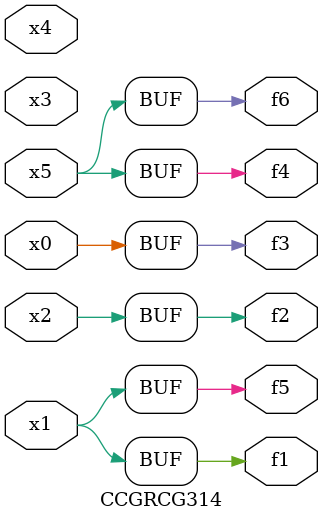
<source format=v>
module CCGRCG314(
	input x0, x1, x2, x3, x4, x5,
	output f1, f2, f3, f4, f5, f6
);
	assign f1 = x1;
	assign f2 = x2;
	assign f3 = x0;
	assign f4 = x5;
	assign f5 = x1;
	assign f6 = x5;
endmodule

</source>
